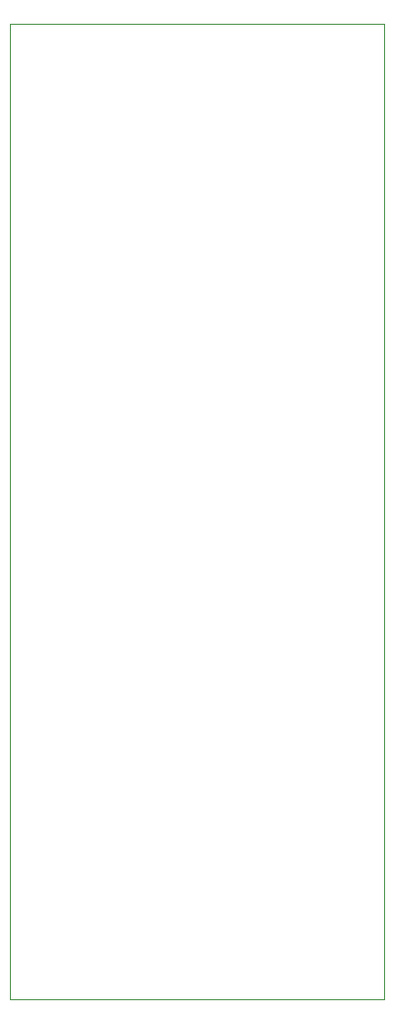
<source format=gbr>
%TF.GenerationSoftware,KiCad,Pcbnew,9.0.6*%
%TF.CreationDate,2025-12-28T21:38:09+00:00*%
%TF.ProjectId,ESP32 S3,45535033-3220-4533-932e-6b696361645f,rev?*%
%TF.SameCoordinates,Original*%
%TF.FileFunction,Profile,NP*%
%FSLAX46Y46*%
G04 Gerber Fmt 4.6, Leading zero omitted, Abs format (unit mm)*
G04 Created by KiCad (PCBNEW 9.0.6) date 2025-12-28 21:38:09*
%MOMM*%
%LPD*%
G01*
G04 APERTURE LIST*
%TA.AperFunction,Profile*%
%ADD10C,0.050000*%
%TD*%
G04 APERTURE END LIST*
D10*
X104000000Y-86700000D02*
X136000000Y-86700000D01*
X136000000Y-170000000D01*
X104000000Y-170000000D01*
X104000000Y-86700000D01*
M02*

</source>
